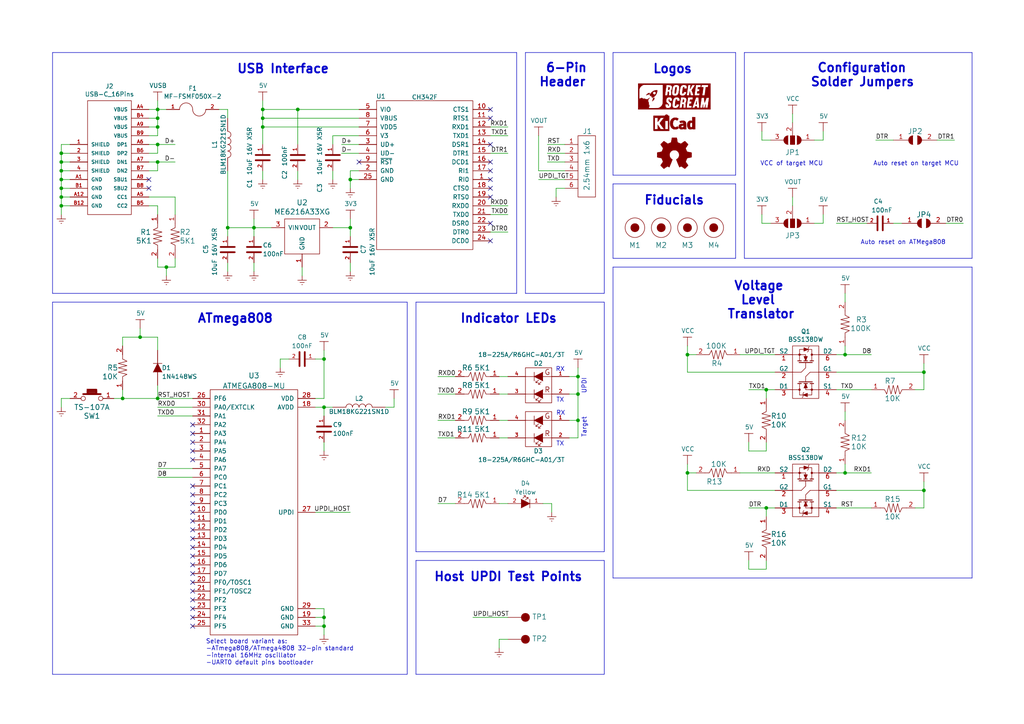
<source format=kicad_sch>
(kicad_sch (version 20230121) (generator eeschema)
  (paper "A4")
  (title_block (title "UPDI-USB-SERIAL") (date "2022-07-17") (rev "2.00") (company "Rocket Scream Electronics"))
  (junction (at 17.78 46.99))
  (junction (at 66.04 66.04))
  (junction (at 48.26 77.47))
  (junction (at 17.78 57.15))
  (junction (at 199.39 102.87))
  (junction (at 17.78 49.53))
  (junction (at 167.64 114.3))
  (junction (at 93.98 118.11))
  (junction (at 245.11 137.16))
  (junction (at 267.97 142.24))
  (junction (at 199.39 137.16))
  (junction (at 245.11 102.87))
  (junction (at 45.72 34.29))
  (junction (at 93.98 179.07))
  (junction (at 45.72 46.99))
  (junction (at 267.97 107.95))
  (junction (at 35.56 115.57))
  (junction (at 93.98 104.14))
  (junction (at 86.36 31.75))
  (junction (at 17.78 52.07))
  (junction (at 222.25 113.03))
  (junction (at 222.25 147.32))
  (junction (at 17.78 44.45))
  (junction (at 45.72 36.83))
  (junction (at 45.72 41.91))
  (junction (at 17.78 59.69))
  (junction (at 76.2 36.83))
  (junction (at 45.72 115.57))
  (junction (at 167.64 121.92))
  (junction (at 101.6 52.07))
  (junction (at 76.2 34.29))
  (junction (at 73.66 66.04))
  (junction (at 93.98 181.61))
  (junction (at 101.6 66.04))
  (junction (at 40.64 97.79))
  (junction (at 76.2 31.75))
  (junction (at 167.64 109.22))
  (junction (at 45.72 31.75))
  (junction (at 17.78 54.61))
  (no_connect (at 43.18 54.61))
  (no_connect (at 142.24 69.85))
  (no_connect (at 142.24 57.15))
  (no_connect (at 104.14 46.99))
  (no_connect (at 142.24 34.29))
  (no_connect (at 142.24 46.99))
  (no_connect (at 142.24 41.91))
  (no_connect (at 142.24 54.61))
  (no_connect (at 55.88 123.19))
  (no_connect (at 55.88 133.35))
  (no_connect (at 55.88 130.81))
  (no_connect (at 55.88 128.27))
  (no_connect (at 55.88 125.73))
  (no_connect (at 55.88 161.29))
  (no_connect (at 55.88 156.21))
  (no_connect (at 55.88 166.37))
  (no_connect (at 55.88 163.83))
  (no_connect (at 55.88 158.75))
  (no_connect (at 55.88 153.67))
  (no_connect (at 55.88 146.05))
  (no_connect (at 55.88 140.97))
  (no_connect (at 55.88 143.51))
  (no_connect (at 55.88 151.13))
  (no_connect (at 55.88 173.99))
  (no_connect (at 55.88 176.53))
  (no_connect (at 55.88 168.91))
  (no_connect (at 55.88 171.45))
  (no_connect (at 55.88 179.07))
  (no_connect (at 55.88 181.61))
  (no_connect (at 142.24 49.53))
  (no_connect (at 142.24 31.75))
  (no_connect (at 142.24 52.07))
  (no_connect (at 55.88 148.59))
  (no_connect (at 43.18 52.07))
  (no_connect (at 142.24 64.77))
  (polyline (pts (xy 120.65 162.56) (xy 120.65 195.58)))
  (wire (pts (xy 265.43 147.32) (xy 267.97 147.32)))
  (wire (pts (xy 222.25 165.1) (xy 222.25 162.56)))
  (wire (pts (xy 267.97 142.24) (xy 267.97 147.32)))
  (wire (pts (xy 43.18 41.91) (xy 45.72 41.91)))
  (wire (pts (xy 93.98 118.11) (xy 93.98 120.65)))
  (wire (pts (xy 163.83 54.61) (xy 161.29 54.61)))
  (polyline (pts (xy 177.8 53.34) (xy 213.36 53.34)))
  (polyline (pts (xy 149.86 15.24) (xy 149.86 85.09)))
  (wire (pts (xy 43.18 46.99) (xy 45.72 46.99)))
  (wire (pts (xy 104.14 36.83) (xy 76.2 36.83)))
  (wire (pts (xy 157.48 146.05) (xy 160.02 146.05)))
  (wire (pts (xy 20.32 59.69) (xy 17.78 59.69)))
  (wire (pts (xy 93.98 181.61) (xy 93.98 184.15)))
  (wire (pts (xy 214.63 102.87) (xy 224.79 102.87)))
  (wire (pts (xy 242.57 64.77) (xy 251.46 64.77)))
  (wire (pts (xy 45.72 59.69) (xy 45.72 62.23)))
  (polyline (pts (xy 281.94 74.93) (xy 281.94 15.24)))
  (wire (pts (xy 261.62 64.77) (xy 259.08 64.77)))
  (wire (pts (xy 76.2 34.29) (xy 104.14 34.29)))
  (wire (pts (xy 274.32 64.77) (xy 279.4 64.77)))
  (wire (pts (xy 224.79 142.24) (xy 199.39 142.24)))
  (wire (pts (xy 45.72 36.83) (xy 43.18 36.83)))
  (wire (pts (xy 91.44 118.11) (xy 93.98 118.11)))
  (wire (pts (xy 45.72 77.47) (xy 48.26 77.47)))
  (wire (pts (xy 267.97 107.95) (xy 267.97 113.03)))
  (wire (pts (xy 20.32 44.45) (xy 17.78 44.45)))
  (polyline (pts (xy 175.26 162.56) (xy 120.65 162.56)))
  (wire (pts (xy 267.97 139.7) (xy 267.97 142.24)))
  (wire (pts (xy 35.56 115.57) (xy 33.02 115.57)))
  (wire (pts (xy 199.39 142.24) (xy 199.39 137.16)))
  (wire (pts (xy 93.98 128.27) (xy 93.98 130.81)))
  (wire (pts (xy 104.14 44.45) (xy 99.06 44.45)))
  (wire (pts (xy 245.11 137.16) (xy 245.11 134.62)))
  (wire (pts (xy 45.72 115.57) (xy 35.56 115.57)))
  (polyline (pts (xy 281.94 77.47) (xy 177.8 77.47)))
  (wire (pts (xy 114.3 115.57) (xy 114.3 118.11)))
  (wire (pts (xy 217.17 130.81) (xy 222.25 130.81)))
  (wire (pts (xy 167.64 106.68) (xy 167.64 109.22)))
  (wire (pts (xy 45.72 74.93) (xy 45.72 77.47)))
  (wire (pts (xy 144.78 114.3) (xy 147.32 114.3)))
  (wire (pts (xy 238.76 64.77) (xy 236.22 64.77)))
  (wire (pts (xy 245.11 102.87) (xy 245.11 100.33)))
  (wire (pts (xy 220.98 40.64) (xy 223.52 40.64)))
  (wire (pts (xy 144.78 109.22) (xy 147.32 109.22)))
  (polyline (pts (xy 177.8 50.8) (xy 213.36 50.8)))
  (wire (pts (xy 144.78 127) (xy 147.32 127)))
  (wire (pts (xy 48.26 77.47) (xy 50.8 77.47)))
  (wire (pts (xy 214.63 137.16) (xy 224.79 137.16)))
  (wire (pts (xy 104.14 41.91) (xy 99.06 41.91)))
  (wire (pts (xy 167.64 114.3) (xy 165.1 114.3)))
  (wire (pts (xy 73.66 76.2) (xy 73.66 78.74)))
  (wire (pts (xy 91.44 148.59) (xy 101.6 148.59)))
  (polyline (pts (xy 120.65 195.58) (xy 175.26 195.58)))
  (wire (pts (xy 267.97 105.41) (xy 267.97 107.95)))
  (wire (pts (xy 156.21 49.53) (xy 156.21 39.37)))
  (polyline (pts (xy 213.36 74.93) (xy 177.8 74.93)))
  (polyline (pts (xy 15.24 195.58) (xy 118.11 195.58)))
  (wire (pts (xy 45.72 46.99) (xy 50.8 46.99)))
  (wire (pts (xy 45.72 41.91) (xy 50.8 41.91)))
  (wire (pts (xy 43.18 31.75) (xy 45.72 31.75)))
  (wire (pts (xy 96.52 66.04) (xy 101.6 66.04)))
  (wire (pts (xy 43.18 39.37) (xy 45.72 39.37)))
  (wire (pts (xy 242.57 142.24) (xy 267.97 142.24)))
  (wire (pts (xy 17.78 49.53) (xy 17.78 52.07)))
  (wire (pts (xy 43.18 59.69) (xy 45.72 59.69)))
  (wire (pts (xy 35.56 113.03) (xy 35.56 115.57)))
  (polyline (pts (xy 175.26 85.09) (xy 175.26 15.24)))
  (wire (pts (xy 17.78 54.61) (xy 17.78 57.15)))
  (wire (pts (xy 20.32 49.53) (xy 17.78 49.53)))
  (wire (pts (xy 104.14 39.37) (xy 96.52 39.37)))
  (wire (pts (xy 217.17 128.27) (xy 217.17 130.81)))
  (wire (pts (xy 242.57 107.95) (xy 267.97 107.95)))
  (wire (pts (xy 66.04 49.53) (xy 66.04 66.04)))
  (wire (pts (xy 161.29 54.61) (xy 161.29 57.15)))
  (wire (pts (xy 142.24 59.69) (xy 147.32 59.69)))
  (wire (pts (xy 127 127) (xy 132.08 127)))
  (wire (pts (xy 20.32 115.57) (xy 17.78 115.57)))
  (wire (pts (xy 142.24 44.45) (xy 147.32 44.45)))
  (wire (pts (xy 66.04 66.04) (xy 66.04 68.58)))
  (wire (pts (xy 45.72 138.43) (xy 55.88 138.43)))
  (wire (pts (xy 144.78 146.05) (xy 147.32 146.05)))
  (polyline (pts (xy 120.65 87.63) (xy 175.26 87.63)))
  (polyline (pts (xy 15.24 85.09) (xy 15.24 15.24)))
  (wire (pts (xy 45.72 49.53) (xy 43.18 49.53)))
  (wire (pts (xy 271.78 40.64) (xy 276.86 40.64)))
  (wire (pts (xy 111.76 118.11) (xy 114.3 118.11)))
  (wire (pts (xy 17.78 41.91) (xy 17.78 44.45)))
  (wire (pts (xy 45.72 97.79) (xy 40.64 97.79)))
  (wire (pts (xy 137.16 179.07) (xy 147.32 179.07)))
  (wire (pts (xy 66.04 31.75) (xy 66.04 34.29)))
  (polyline (pts (xy 213.36 50.8) (xy 213.36 15.24)))
  (wire (pts (xy 45.72 31.75) (xy 48.26 31.75)))
  (wire (pts (xy 40.64 97.79) (xy 35.56 97.79)))
  (wire (pts (xy 20.32 41.91) (xy 17.78 41.91)))
  (polyline (pts (xy 175.26 87.63) (xy 175.26 160.02)))
  (wire (pts (xy 144.78 185.42) (xy 144.78 187.96)))
  (wire (pts (xy 242.57 147.32) (xy 252.73 147.32)))
  (wire (pts (xy 45.72 111.76) (xy 45.72 115.57)))
  (wire (pts (xy 142.24 39.37) (xy 147.32 39.37)))
  (wire (pts (xy 238.76 62.23) (xy 238.76 64.77)))
  (wire (pts (xy 222.25 147.32) (xy 222.25 149.86)))
  (wire (pts (xy 242.57 137.16) (xy 245.11 137.16)))
  (wire (pts (xy 167.64 127) (xy 167.64 121.92)))
  (wire (pts (xy 91.44 179.07) (xy 93.98 179.07)))
  (wire (pts (xy 156.21 52.07) (xy 163.83 52.07)))
  (wire (pts (xy 40.64 95.25) (xy 40.64 97.79)))
  (wire (pts (xy 142.24 62.23) (xy 147.32 62.23)))
  (wire (pts (xy 45.72 97.79) (xy 45.72 101.6)))
  (wire (pts (xy 199.39 137.16) (xy 201.93 137.16)))
  (wire (pts (xy 83.82 104.14) (xy 81.28 104.14)))
  (wire (pts (xy 245.11 85.09) (xy 245.11 87.63)))
  (wire (pts (xy 252.73 113.03) (xy 242.57 113.03)))
  (polyline (pts (xy 149.86 85.09) (xy 15.24 85.09)))
  (wire (pts (xy 45.72 118.11) (xy 55.88 118.11)))
  (wire (pts (xy 20.32 52.07) (xy 17.78 52.07)))
  (wire (pts (xy 45.72 34.29) (xy 45.72 36.83)))
  (wire (pts (xy 158.75 44.45) (xy 163.83 44.45)))
  (wire (pts (xy 76.2 31.75) (xy 76.2 34.29)))
  (wire (pts (xy 17.78 57.15) (xy 17.78 59.69)))
  (wire (pts (xy 91.44 181.61) (xy 93.98 181.61)))
  (wire (pts (xy 43.18 34.29) (xy 45.72 34.29)))
  (wire (pts (xy 245.11 119.38) (xy 245.11 121.92)))
  (wire (pts (xy 50.8 77.47) (xy 50.8 74.93)))
  (polyline (pts (xy 281.94 167.64) (xy 281.94 77.47)))
  (wire (pts (xy 76.2 49.53) (xy 76.2 52.07)))
  (wire (pts (xy 222.25 147.32) (xy 217.17 147.32)))
  (wire (pts (xy 43.18 57.15) (xy 50.8 57.15)))
  (wire (pts (xy 127 146.05) (xy 132.08 146.05)))
  (wire (pts (xy 81.28 104.14) (xy 81.28 106.68)))
  (wire (pts (xy 165.1 127) (xy 167.64 127)))
  (wire (pts (xy 93.98 104.14) (xy 91.44 104.14)))
  (wire (pts (xy 76.2 29.21) (xy 76.2 31.75)))
  (wire (pts (xy 220.98 38.1) (xy 220.98 40.64)))
  (wire (pts (xy 76.2 31.75) (xy 86.36 31.75)))
  (polyline (pts (xy 175.26 160.02) (xy 120.65 160.02)))
  (polyline (pts (xy 215.9 15.24) (xy 215.9 74.93)))
  (polyline (pts (xy 152.4 85.09) (xy 175.26 85.09)))
  (polyline (pts (xy 281.94 15.24) (xy 215.9 15.24)))
  (wire (pts (xy 35.56 97.79) (xy 35.56 100.33)))
  (polyline (pts (xy 175.26 195.58) (xy 175.26 162.56)))
  (wire (pts (xy 160.02 146.05) (xy 160.02 148.59)))
  (wire (pts (xy 17.78 52.07) (xy 17.78 54.61)))
  (polyline (pts (xy 177.8 167.64) (xy 281.94 167.64)))
  (wire (pts (xy 45.72 29.21) (xy 45.72 31.75)))
  (wire (pts (xy 163.83 49.53) (xy 156.21 49.53)))
  (wire (pts (xy 229.87 57.15) (xy 229.87 59.69)))
  (wire (pts (xy 224.79 107.95) (xy 199.39 107.95)))
  (wire (pts (xy 20.32 57.15) (xy 17.78 57.15)))
  (wire (pts (xy 93.98 101.6) (xy 93.98 104.14)))
  (wire (pts (xy 93.98 118.11) (xy 96.52 118.11)))
  (wire (pts (xy 20.32 46.99) (xy 17.78 46.99)))
  (wire (pts (xy 76.2 36.83) (xy 76.2 34.29)))
  (wire (pts (xy 45.72 135.89) (xy 55.88 135.89)))
  (wire (pts (xy 93.98 176.53) (xy 93.98 179.07)))
  (polyline (pts (xy 175.26 15.24) (xy 152.4 15.24)))
  (wire (pts (xy 144.78 121.92) (xy 147.32 121.92)))
  (wire (pts (xy 48.26 77.47) (xy 48.26 80.01)))
  (wire (pts (xy 220.98 64.77) (xy 223.52 64.77)))
  (wire (pts (xy 238.76 40.64) (xy 238.76 38.1)))
  (wire (pts (xy 96.52 39.37) (xy 96.52 41.91)))
  (wire (pts (xy 45.72 31.75) (xy 45.72 34.29)))
  (wire (pts (xy 101.6 52.07) (xy 101.6 54.61)))
  (wire (pts (xy 104.14 52.07) (xy 101.6 52.07)))
  (wire (pts (xy 78.74 66.04) (xy 73.66 66.04)))
  (wire (pts (xy 147.32 185.42) (xy 144.78 185.42)))
  (wire (pts (xy 167.64 109.22) (xy 167.64 114.3)))
  (wire (pts (xy 45.72 41.91) (xy 45.72 44.45)))
  (wire (pts (xy 93.98 115.57) (xy 91.44 115.57)))
  (wire (pts (xy 245.11 137.16) (xy 252.73 137.16)))
  (wire (pts (xy 142.24 67.31) (xy 147.32 67.31)))
  (wire (pts (xy 93.98 104.14) (xy 93.98 115.57)))
  (wire (pts (xy 101.6 63.5) (xy 101.6 66.04)))
  (polyline (pts (xy 177.8 74.93) (xy 177.8 53.34)))
  (wire (pts (xy 104.14 31.75) (xy 86.36 31.75)))
  (wire (pts (xy 245.11 102.87) (xy 252.73 102.87)))
  (wire (pts (xy 127 114.3) (xy 132.08 114.3)))
  (wire (pts (xy 101.6 49.53) (xy 101.6 52.07)))
  (wire (pts (xy 167.64 121.92) (xy 165.1 121.92)))
  (wire (pts (xy 73.66 63.5) (xy 73.66 66.04)))
  (wire (pts (xy 217.17 162.56) (xy 217.17 165.1)))
  (wire (pts (xy 199.39 134.62) (xy 199.39 137.16)))
  (polyline (pts (xy 120.65 160.02) (xy 120.65 87.63)))
  (polyline (pts (xy 177.8 15.24) (xy 177.8 50.8)))
  (polyline (pts (xy 118.11 195.58) (xy 118.11 87.63)))
  (wire (pts (xy 254 40.64) (xy 259.08 40.64)))
  (wire (pts (xy 86.36 31.75) (xy 86.36 41.91)))
  (wire (pts (xy 199.39 102.87) (xy 201.93 102.87)))
  (polyline (pts (xy 177.8 77.47) (xy 177.8 167.64)))
  (wire (pts (xy 17.78 46.99) (xy 17.78 49.53)))
  (wire (pts (xy 236.22 40.64) (xy 238.76 40.64)))
  (wire (pts (xy 45.72 46.99) (xy 45.72 49.53)))
  (wire (pts (xy 224.79 147.32) (xy 222.25 147.32)))
  (polyline (pts (xy 118.11 87.63) (xy 15.24 87.63)))
  (wire (pts (xy 20.32 54.61) (xy 17.78 54.61)))
  (wire (pts (xy 158.75 41.91) (xy 163.83 41.91)))
  (polyline (pts (xy 213.36 15.24) (xy 177.8 15.24)))
  (wire (pts (xy 17.78 115.57) (xy 17.78 118.11)))
  (wire (pts (xy 101.6 66.04) (xy 101.6 68.58)))
  (wire (pts (xy 66.04 76.2) (xy 66.04 78.74)))
  (wire (pts (xy 222.25 130.81) (xy 222.25 128.27)))
  (wire (pts (xy 167.64 109.22) (xy 165.1 109.22)))
  (wire (pts (xy 66.04 66.04) (xy 73.66 66.04)))
  (polyline (pts (xy 215.9 74.93) (xy 281.94 74.93)))
  (wire (pts (xy 132.08 121.92) (xy 127 121.92)))
  (wire (pts (xy 86.36 49.53) (xy 86.36 52.07)))
  (wire (pts (xy 73.66 66.04) (xy 73.66 68.58)))
  (wire (pts (xy 45.72 44.45) (xy 43.18 44.45)))
  (wire (pts (xy 96.52 49.53) (xy 96.52 52.07)))
  (wire (pts (xy 45.72 39.37) (xy 45.72 36.83)))
  (wire (pts (xy 101.6 76.2) (xy 101.6 78.74)))
  (wire (pts (xy 199.39 100.33) (xy 199.39 102.87)))
  (wire (pts (xy 222.25 113.03) (xy 217.17 113.03)))
  (wire (pts (xy 167.64 121.92) (xy 167.64 114.3)))
  (wire (pts (xy 17.78 44.45) (xy 17.78 46.99)))
  (wire (pts (xy 87.63 77.47) (xy 87.63 80.01)))
  (wire (pts (xy 220.98 62.23) (xy 220.98 64.77)))
  (wire (pts (xy 91.44 176.53) (xy 93.98 176.53)))
  (polyline (pts (xy 15.24 15.24) (xy 149.86 15.24)))
  (polyline (pts (xy 213.36 53.34) (xy 213.36 74.93)))
  (wire (pts (xy 93.98 179.07) (xy 93.98 181.61)))
  (wire (pts (xy 45.72 115.57) (xy 55.88 115.57)))
  (wire (pts (xy 17.78 59.69) (xy 17.78 62.23)))
  (wire (pts (xy 142.24 36.83) (xy 147.32 36.83)))
  (polyline (pts (xy 15.24 87.63) (xy 15.24 195.58)))
  (wire (pts (xy 45.72 120.65) (xy 55.88 120.65)))
  (wire (pts (xy 217.17 165.1) (xy 222.25 165.1)))
  (wire (pts (xy 158.75 46.99) (xy 163.83 46.99)))
  (wire (pts (xy 267.97 113.03) (xy 265.43 113.03)))
  (wire (pts (xy 199.39 107.95) (xy 199.39 102.87)))
  (polyline (pts (xy 152.4 15.24) (xy 152.4 85.09)))
  (wire (pts (xy 63.5 31.75) (xy 66.04 31.75)))
  (wire (pts (xy 242.57 102.87) (xy 245.11 102.87)))
  (wire (pts (xy 224.79 113.03) (xy 222.25 113.03)))
  (wire (pts (xy 50.8 57.15) (xy 50.8 62.23)))
  (wire (pts (xy 76.2 36.83) (xy 76.2 41.91)))
  (wire (pts (xy 229.87 33.02) (xy 229.87 35.56)))
  (wire (pts (xy 222.25 113.03) (xy 222.25 115.57)))
  (wire (pts (xy 104.14 49.53) (xy 101.6 49.53)))
  (wire (pts (xy 127 109.22) (xy 132.08 109.22)))
  (text " 6-Pin\nHeader" (at 156.21 25.4 0) (effects (font (size 2.54 2.54) (thickness 0.508) bold) (justify left bottom)))
  (text "UPDI" (at 170.18 114.3 90) (effects (font (size 1.27 1.27)) (justify left bottom)))
  (text "ATmega808" (at 57.15 93.98 0) (effects (font (size 2.54 2.54) (thickness 0.508) bold) (justify left bottom)))
  (text "RX" (at 163.83 107.95 0) (effects (font (size 1.27 1.27)) (justify right bottom)))
  (text "Auto reset on ATMega808" (at 274.32 71.12 0) (effects (font (size 1.27 1.27)) (justify right bottom)))
  (text "Target" (at 170.18 127 90) (effects (font (size 1.27 1.27)) (justify left bottom)))
  (text "USB Interface" (at 68.58 21.59 0) (effects (font (size 2.54 2.54) (thickness 0.508) bold) (justify left bottom)))
  (text "RX" (at 161.29 120.65 0) (effects (font (size 1.27 1.27)) (justify left bottom)))
  (text "TX" (at 161.29 129.54 0) (effects (font (size 1.27 1.27)) (justify left bottom)))
  (text "VCC of target MCU" (at 238.76 48.26 0) (effects (font (size 1.27 1.27)) (justify right bottom)))
  (text "Host UPDI Test Points" (at 125.73 168.91 0) (effects (font (size 2.54 2.54) (thickness 0.508) bold) (justify left bottom)))
  (text "Logos" (at 189.23 21.59 0) (effects (font (size 2.54 2.54) (thickness 0.508) bold) (justify left bottom)))
  (text "TX" (at 161.29 116.84 0) (effects (font (size 1.27 1.27)) (justify left bottom)))
  (text " Configuration \nSolder Jumpers" (at 234.95 25.4 0) (effects (font (size 2.54 2.54) (thickness 0.508) bold) (justify left bottom)))
  (text "Indicator LEDs" (at 133.35 93.98 0) (effects (font (size 2.54 2.54) (thickness 0.508) bold) (justify left bottom)))
  (text "Auto reset on target MCU" (at 278.13 48.26 0) (effects (font (size 1.27 1.27)) (justify right bottom)))
  (text "Select board variant as:\n-ATmega808/ATmega4808 32-pin standard\n-internal 16MHz oscillator\n-UART0 default pins bootloader" (at 59.69 193.04 0) (effects (font (size 1.27 1.27)) (justify left bottom)))
  (text " Voltage\n  Level\nTranslator" (at 210.82 92.71 0) (effects (font (size 2.54 2.54) (thickness 0.508) bold) (justify left bottom)))
  (text "Fiducials" (at 186.69 59.69 0) (effects (font (size 2.54 2.54) (thickness 0.508) bold) (justify left bottom)))
  (label "TXD" (at 158.75 46.99 0))
  (label "RST" (at 158.75 41.91 0))
  (label "RXD1" (at 127 121.92 0))
  (label "RXD0" (at 45.72 118.11 0))
  (label "TXD1" (at 127 127 0))
  (label "DTR" (at 217.17 147.32 0))
  (label "TXD1" (at 217.17 113.03 0))
  (label "UPDI_HOST" (at 101.6 148.59 180))
  (label "D8" (at 45.72 138.43 0))
  (label "UPDI_TGT" (at 156.21 52.07 0))
  (label "DTR1" (at 147.32 44.45 180))
  (label "TXD0" (at 147.32 62.23 180))
  (label "D7" (at 45.72 135.89 0))
  (label "RXD" (at 223.52 137.16 180))
  (label "TXD0" (at 127 114.3 0))
  (label "DTR0" (at 147.32 67.31 180))
  (label "RXD1" (at 147.32 36.83 180))
  (label "RXD1" (at 252.73 137.16 180))
  (label "TXD" (at 243.84 113.03 0))
  (label "RST" (at 243.84 147.32 0))
  (label "D-" (at 99.06 44.45 0))
  (label "TXD0" (at 45.72 120.65 0))
  (label "DTR1" (at 276.86 40.64 180))
  (label "RST_HOST" (at 45.72 115.57 0))
  (label "RXD0" (at 147.32 59.69 180))
  (label "RST_HOST" (at 242.57 64.77 0))
  (label "D+" (at 50.8 41.91 180))
  (label "D8" (at 252.73 102.87 180))
  (label "D-" (at 50.8 46.99 180))
  (label "TXD1" (at 147.32 39.37 180))
  (label "UPDI_TGT" (at 224.79 102.87 180))
  (label "UPDI_HOST" (at 137.16 179.07 0))
  (label "DTR" (at 254 40.64 0))
  (label "D7" (at 127 146.05 0))
  (label "DTR0" (at 279.4 64.77 180))
  (label "RXD0" (at 127 109.22 0))
  (label "D+" (at 99.06 41.91 0))
  (label "RXD" (at 158.75 44.45 0))
  (symbol (lib_id "RocketScreamKiCadLib:GND") (at 17.78 62.23 0) (unit 1)
    (property "Reference" "#PWR013" (effects hide))
    (property "Value" "GND" (effects hide))
  )
  (symbol (lib_id "RocketScreamKiCadLib:CAPACITOR-CERAMIC") (at 66.04 72.39 0) (unit 1)
    (property "Reference" "C5" (at 59.69 73.66 90) (effects (justify left)))
    (property "Value" "10uF 16V X5R" (at 62.23 80.01 90) (effects (justify left)))
    (property "Footprint" "RocketScreamKiCadLib:C_0603" (effects hide))
  )
  (symbol (lib_id "RocketScreamKiCadLib:CAPACITOR-CERAMIC") (at 76.2 45.72 0) (unit 1)
    (property "Reference" "C1" (at 72.39 54.61 90) (effects (justify left)))
    (property "Value" "10uF 16V X5R" (at 72.39 50.8 90) (effects (justify left)))
    (property "Footprint" "RocketScreamKiCadLib:C_0603" (effects hide))
  )
  (symbol (lib_id "RocketScreamKiCadLib:CAPACITOR-CERAMIC") (at 86.36 45.72 0) (unit 1)
    (property "Reference" "C2" (at 82.55 52.07 90) (effects (justify left)))
    (property "Value" "100nF" (at 82.55 48.26 90) (effects (justify left)))
    (property "Footprint" "RocketScreamKiCadLib:C_0603" (effects hide))
  )
  (symbol (lib_id "RocketScreamKiCadLib:GND") (at 66.04 78.74 0) (unit 1)
    (property "Reference" "#PWR018" (effects hide))
    (property "Value" "GND" (effects hide))
  )
  (symbol (lib_id "RocketScreamKiCadLib:CONN-HDR-1x6") (at 170.18 48.26 0) (mirror y) (unit 1)
    (property "Reference" "J1" (at 168.91 38.1 0) (effects (font (size 1.524 1.524)) (justify right)))
    (property "Value" "2.54mm 1x6" (at 170.18 40.64 90) (effects (font (size 1.524 1.524)) (justify right)))
    (property "Footprint" "RocketScreamKiCadLib:RCP_1x6_Pitch2.54mm_RightAngle" (effects hide))
  )
  (symbol (lib_id "RocketScreamKiCadLib:GND") (at 161.29 57.15 0) (unit 1)
    (property "Reference" "#PWR07" (effects hide))
    (property "Value" "GND" (effects hide))
  )
  (symbol (lib_id "RocketScreamKiCadLib:VCC") (at 229.87 33.02 0) (unit 1)
    (property "Reference" "#PWR04" (effects hide))
    (property "Value" "VCC" (at 229.997 28.6258 0))
  )
  (symbol (lib_id "RocketScreamKiCadLib:RESISTOR") (at 138.43 127 180) (unit 1)
    (property "Reference" "R11" (at 137.16 124.46 0) (effects (font (size 1.524 1.524)) (justify left)))
    (property "Value" "5K1" (at 142.24 124.46 0) (effects (font (size 1.524 1.524)) (justify left)))
    (property "Footprint" "RocketScreamKiCadLib:R_0603" (effects hide))
  )
  (symbol (lib_id "RocketScreamKiCadLib:RESISTOR") (at 138.43 121.92 180) (unit 1)
    (property "Reference" "R9" (at 137.16 119.38 0) (effects (font (size 1.524 1.524)) (justify left)))
    (property "Value" "5K1" (at 142.24 119.38 0) (effects (font (size 1.524 1.524)) (justify left)))
    (property "Footprint" "RocketScreamKiCadLib:R_0603" (effects hide))
  )
  (symbol (lib_id "RocketScreamKiCadLib:LOGO-OSHW") (at 195.58 44.45 0) (unit 1)
    (property "Reference" "LOGO2" (effects hide))
    (property "Value" "LOGO-OSHW" (effects hide))
    (property "Footprint" "RocketScreamKiCadLib:LOGO-OSHW_XSmall" (effects hide))
  )
  (symbol (lib_id "RocketScreamKiCadLib:LOGO-ROCKET-SCREAM-HORIZONTAL") (at 195.58 27.94 0) (unit 1)
    (property "Reference" "LOGO1" (effects hide))
    (property "Value" "LOGO-ROCKET-SCREAM-HORIZONTAL" (effects hide))
    (property "Footprint" "RocketScreamKiCadLib:LOGO-ROCKET-SCREAM_Horizontal_XSmall" (effects hide))
  )
  (symbol (lib_id "RocketScreamKiCadLib:LOGO-KICAD") (at 195.58 35.56 0) (unit 1)
    (property "Reference" "LOGO3" (effects hide))
    (property "Value" "LOGO-KICAD" (effects hide))
    (property "Footprint" "RocketScreamKiCadLib:LOGO-KICAD_XXXSmall" (effects hide))
  )
  (symbol (lib_id "RocketScreamKiCadLib:JUMPER-2-WAY") (at 229.87 40.64 180) (unit 1)
    (property "Reference" "JP1" (at 229.87 44.196 0) (effects (font (size 1.524 1.524))))
    (property "Value" "JUMPER-2-WAY" (effects hide))
    (property "Footprint" "RocketScreamKiCadLib:JUMPER-2-WAY-SMD" (effects hide))
  )
  (symbol (lib_id "RocketScreamKiCadLib:5V") (at 238.76 38.1 0) (unit 1)
    (property "Reference" "#PWR06" (effects hide))
    (property "Value" "5V" (at 238.887 33.7058 0))
  )
  (symbol (lib_id "RocketScreamKiCadLib:3V3") (at 220.98 38.1 0) (unit 1)
    (property "Reference" "#PWR05" (effects hide))
    (property "Value" "3V3" (at 221.107 33.7058 0))
  )
  (symbol (lib_id "RocketScreamKiCadLib:CAPACITOR-CERAMIC") (at 87.63 104.14 270) (unit 1)
    (property "Reference" "C8" (at 87.63 97.79 90))
    (property "Value" "100nF" (at 87.63 100.33 90))
    (property "Footprint" "RocketScreamKiCadLib:C_0603" (effects hide))
  )
  (symbol (lib_id "RocketScreamKiCadLib:CAPACITOR-CERAMIC") (at 93.98 124.46 0) (unit 1)
    (property "Reference" "C9" (at 96.52 123.19 0) (effects (justify left)))
    (property "Value" "100nF" (at 96.52 125.73 0) (effects (justify left)))
    (property "Footprint" "RocketScreamKiCadLib:C_0603" (effects hide))
  )
  (symbol (lib_id "RocketScreamKiCadLib:TACT-SWITCH_2Pins") (at 26.67 115.57 0) (mirror y) (unit 1)
    (property "Reference" "SW1" (at 26.67 120.65 0) (effects (font (size 1.524 1.524))))
    (property "Value" "TS-107A" (at 26.67 118.11 0) (effects (font (size 1.524 1.524))))
    (property "Footprint" "RocketScreamKiCadLib:TS-107A" (effects hide))
  )
  (symbol (lib_id "RocketScreamKiCadLib:RESISTOR") (at 35.56 106.68 90) (unit 1)
    (property "Reference" "R5" (at 34.29 106.68 90) (effects (font (size 1.524 1.524)) (justify left)))
    (property "Value" "10K" (at 34.29 109.22 90) (effects (font (size 1.524 1.524)) (justify left)))
    (property "Footprint" "RocketScreamKiCadLib:R_0603" (effects hide))
  )
  (symbol (lib_id "RocketScreamKiCadLib:GND") (at 17.78 118.11 0) (unit 1)
    (property "Reference" "#PWR031" (effects hide))
    (property "Value" "GND" (effects hide))
  )
  (symbol (lib_id "RocketScreamKiCadLib:FUSE") (at 55.88 31.75 0) (unit 1)
    (property "Reference" "F1" (at 55.88 25.654 0))
    (property "Value" "MF-FSMF050X-2" (at 55.88 27.9654 0))
    (property "Footprint" "RocketScreamKiCadLib:MF-FSMF" (effects hide))
    (property "Datasheet" "https://www.bourns.com/docs/Product-Datasheets/mffsmf.pdf" (effects hide))
  )
  (symbol (lib_id "RocketScreamKiCadLib:VUSB") (at 45.72 29.21 0) (unit 1)
    (property "Reference" "#PWR02" (effects hide))
    (property "Value" "VUSB" (at 45.847 24.8158 0))
  )
  (symbol (lib_id "RocketScreamKiCadLib:GND") (at 81.28 106.68 0) (unit 1)
    (property "Reference" "#PWR028" (effects hide))
    (property "Value" "GND" (effects hide))
  )
  (symbol (lib_id "RocketScreamKiCadLib:DIODE") (at 45.72 106.68 270) (unit 1)
    (property "Reference" "D1" (at 48.26 106.68 90))
    (property "Value" "1N4148WS" (at 52.07 109.22 90))
    (property "Footprint" "RocketScreamKiCadLib:SOD-323" (effects hide))
  )
  (symbol (lib_id "RocketScreamKiCadLib:BSS138DW") (at 233.68 107.95 270) (unit 1)
    (property "Reference" "Q1" (at 233.68 96.139 90))
    (property "Value" "BSS138DW" (at 233.68 98.4504 90))
    (property "Footprint" "RocketScreamKiCadLib:SOT-363_Diodes_Inc" (effects hide))
    (property "Datasheet" "https://www.diodes.com/assets/Datasheets/ds30203.pdf" (effects hide))
  )
  (symbol (lib_id "RocketScreamKiCadLib:BSS138DW") (at 233.68 142.24 270) (unit 1)
    (property "Reference" "Q2" (at 233.68 130.429 90))
    (property "Value" "BSS138DW" (at 233.68 132.7404 90))
    (property "Footprint" "RocketScreamKiCadLib:SOT-363_Diodes_Inc" (effects hide))
    (property "Datasheet" "https://www.diodes.com/assets/Datasheets/ds30203.pdf" (effects hide))
  )
  (symbol (lib_id "RocketScreamKiCadLib:RESISTOR") (at 208.28 102.87 180) (unit 1)
    (property "Reference" "R4" (at 209.55 105.41 0) (effects (font (size 1.524 1.524)) (justify left)))
    (property "Value" "100K" (at 210.82 100.33 0) (effects (font (size 1.524 1.524)) (justify left)))
    (property "Footprint" "RocketScreamKiCadLib:R_0603" (effects hide))
  )
  (symbol (lib_id "RocketScreamKiCadLib:RESISTOR") (at 245.11 93.98 90) (unit 1)
    (property "Reference" "R3" (at 251.46 92.71 90) (effects (font (size 1.524 1.524)) (justify left)))
    (property "Value" "100K" (at 252.73 95.25 90) (effects (font (size 1.524 1.524)) (justify left)))
    (property "Footprint" "RocketScreamKiCadLib:R_0603" (effects hide))
  )
  (symbol (lib_id "RocketScreamKiCadLib:RESISTOR") (at 259.08 113.03 0) (unit 1)
    (property "Reference" "R7" (at 256.54 110.49 0) (effects (font (size 1.524 1.524)) (justify left)))
    (property "Value" "10K" (at 256.54 115.57 0) (effects (font (size 1.524 1.524)) (justify left)))
    (property "Footprint" "RocketScreamKiCadLib:R_0603" (effects hide))
  )
  (symbol (lib_id "RocketScreamKiCadLib:RESISTOR") (at 222.25 121.92 270) (unit 1)
    (property "Reference" "R10" (at 223.52 120.65 90) (effects (font (size 1.524 1.524)) (justify left)))
    (property "Value" "10K" (at 223.52 123.19 90) (effects (font (size 1.524 1.524)) (justify left)))
    (property "Footprint" "RocketScreamKiCadLib:R_0603" (effects hide))
  )
  (symbol (lib_id "RocketScreamKiCadLib:RESISTOR") (at 208.28 137.16 180) (unit 1)
    (property "Reference" "R13" (at 209.55 139.7 0) (effects (font (size 1.524 1.524)) (justify left)))
    (property "Value" "10K" (at 210.82 134.62 0) (effects (font (size 1.524 1.524)) (justify left)))
    (property "Footprint" "RocketScreamKiCadLib:R_0603" (effects hide))
  )
  (symbol (lib_id "RocketScreamKiCadLib:RESISTOR") (at 259.08 147.32 0) (unit 1)
    (property "Reference" "R15" (at 256.54 144.78 0) (effects (font (size 1.524 1.524)) (justify left)))
    (property "Value" "10K" (at 256.54 149.86 0) (effects (font (size 1.524 1.524)) (justify left)))
    (property "Footprint" "RocketScreamKiCadLib:R_0603" (effects hide))
  )
  (symbol (lib_id "RocketScreamKiCadLib:RESISTOR") (at 222.25 156.21 270) (unit 1)
    (property "Reference" "R16" (at 223.52 154.94 90) (effects (font (size 1.524 1.524)) (justify left)))
    (property "Value" "10K" (at 223.52 157.48 90) (effects (font (size 1.524 1.524)) (justify left)))
    (property "Footprint" "RocketScreamKiCadLib:R_0603" (effects hide))
  )
  (symbol (lib_id "RocketScreamKiCadLib:RESISTOR") (at 245.11 128.27 90) (unit 1)
    (property "Reference" "R12" (at 251.46 127 90) (effects (font (size 1.524 1.524)) (justify left)))
    (property "Value" "10K" (at 251.46 129.54 90) (effects (font (size 1.524 1.524)) (justify left)))
    (property "Footprint" "RocketScreamKiCadLib:R_0603" (effects hide))
  )
  (symbol (lib_id "RocketScreamKiCadLib:CAPACITOR-CERAMIC") (at 255.27 64.77 270) (unit 1)
    (property "Reference" "C4" (at 253.365 58.42 90) (effects (justify left)))
    (property "Value" "100nF" (at 252.73 60.96 90) (effects (justify left)))
    (property "Footprint" "RocketScreamKiCadLib:C_0603" (effects hide))
  )
  (symbol (lib_id "RocketScreamKiCadLib:VCC") (at 199.39 100.33 0) (unit 1)
    (property "Reference" "#PWR025" (effects hide))
    (property "Value" "VCC" (at 199.517 95.9358 0))
  )
  (symbol (lib_id "RocketScreamKiCadLib:INDUCTOR") (at 66.04 41.91 270) (unit 1)
    (property "Reference" "L1" (at 62.23 41.91 0))
    (property "Value" "BLM18KG221SN1D" (at 64.77 41.91 0))
    (property "Footprint" "RocketScreamKiCadLib:I_0603" (effects hide))
  )
  (symbol (lib_id "RocketScreamKiCadLib:3V3") (at 101.6 63.5 0) (unit 1)
    (property "Reference" "#PWR017" (effects hide))
    (property "Value" "3V3" (at 101.727 59.1058 0))
  )
  (symbol (lib_id "RocketScreamKiCadLib:USB-C_16Pins") (at 31.75 45.72 0) (unit 1)
    (property "Reference" "J2" (at 31.75 25.019 0))
    (property "Value" "USB-C_16Pins" (at 31.75 27.3304 0))
    (property "Footprint" "RocketScreamKiCadLib:TYPE-C16PIN" (effects hide))
  )
  (symbol (lib_id "RocketScreamKiCadLib:RESISTOR") (at 45.72 68.58 270) (unit 1)
    (property "Reference" "R1" (at 40.64 67.31 90) (effects (font (size 1.524 1.524)) (justify left)))
    (property "Value" "5K1" (at 39.37 69.85 90) (effects (font (size 1.524 1.524)) (justify left)))
    (property "Footprint" "RocketScreamKiCadLib:R_0603" (effects hide))
  )
  (symbol (lib_id "RocketScreamKiCadLib:RESISTOR") (at 50.8 68.58 270) (unit 1)
    (property "Reference" "R2" (at 52.07 67.31 90) (effects (font (size 1.524 1.524)) (justify left)))
    (property "Value" "5K1" (at 52.07 69.85 90) (effects (font (size 1.524 1.524)) (justify left)))
    (property "Footprint" "RocketScreamKiCadLib:R_0603" (effects hide))
  )
  (symbol (lib_id "RocketScreamKiCadLib:CAPACITOR-CERAMIC") (at 73.66 72.39 0) (unit 1)
    (property "Reference" "C6" (at 76.2 71.12 0) (effects (justify left)))
    (property "Value" "100nF" (at 76.2 73.66 0) (effects (justify left)))
    (property "Footprint" "RocketScreamKiCadLib:C_0603" (effects hide))
  )
  (symbol (lib_id "RocketScreamKiCadLib:5V") (at 73.66 63.5 0) (unit 1)
    (property "Reference" "#PWR016" (effects hide))
    (property "Value" "5V" (at 73.787 59.1058 0))
  )
  (symbol (lib_id "RocketScreamKiCadLib:GND") (at 73.66 78.74 0) (unit 1)
    (property "Reference" "#PWR019" (effects hide))
    (property "Value" "GND" (effects hide))
  )
  (symbol (lib_id "RocketScreamKiCadLib:JUMPER-1-WAY") (at 267.97 64.77 0) (unit 1)
    (property "Reference" "JP4" (at 267.97 62.23 0) (effects (font (size 1.524 1.524))))
    (property "Value" "JUMPER-1-WAY" (effects hide))
    (property "Footprint" "RocketScreamKiCadLib:JUMPER-1-WAY-SMD" (effects hide))
  )
  (symbol (lib_id "RocketScreamKiCadLib:GND") (at 48.26 80.01 0) (unit 1)
    (property "Reference" "#PWR021" (effects hide))
    (property "Value" "GND" (effects hide))
  )
  (symbol (lib_id "RocketScreamKiCadLib:JUMPER-1-WAY") (at 265.43 40.64 0) (unit 1)
    (property "Reference" "JP2" (at 265.43 38.1 0) (effects (font (size 1.524 1.524))))
    (property "Value" "JUMPER-1-WAY" (effects hide))
    (property "Footprint" "RocketScreamKiCadLib:JUMPER-1-WAY-SMD" (effects hide))
  )
  (symbol (lib_id "RocketScreamKiCadLib:VCC") (at 267.97 105.41 0) (unit 1)
    (property "Reference" "#PWR027" (effects hide))
    (property "Value" "VCC" (at 268.097 101.0158 0))
  )
  (symbol (lib_name "TEST-PAD_1") (lib_id "RocketScreamKiCadLib:TEST-PAD") (at 151.13 179.07 270) (unit 1)
    (property "Reference" "TP1" (at 154.305 178.8922 90) (effects (font (size 1.524 1.524)) (justify left)))
    (property "Value" "TEST-PAD" (effects hide))
    (property "Footprint" "RocketScreamKiCadLib:TEST-PAD-1.5MM" (effects hide))
  )
  (symbol (lib_id "RocketScreamKiCadLib:TEST-PAD") (at 151.13 185.42 270) (unit 1)
    (property "Reference" "TP2" (at 154.305 185.2422 90) (effects (font (size 1.524 1.524)) (justify left)))
    (property "Value" "TEST-PAD" (effects hide))
    (property "Footprint" "RocketScreamKiCadLib:TEST-PAD-1.5MM" (effects hide))
  )
  (symbol (lib_id "RocketScreamKiCadLib:VCC") (at 199.39 134.62 0) (unit 1)
    (property "Reference" "#PWR035" (effects hide))
    (property "Value" "VCC" (at 199.517 130.2258 0))
  )
  (symbol (lib_id "RocketScreamKiCadLib:GND") (at 144.78 187.96 0) (unit 1)
    (property "Reference" "#PWR040" (effects hide))
    (property "Value" "GND" (effects hide))
  )
  (symbol (lib_id "RocketScreamKiCadLib:VCC") (at 267.97 139.7 0) (unit 1)
    (property "Reference" "#PWR036" (effects hide))
    (property "Value" "VCC" (at 268.097 135.3058 0))
  )
  (symbol (lib_id "RocketScreamKiCadLib:JUMPER-2-WAY") (at 229.87 64.77 180) (unit 1)
    (property "Reference" "JP3" (at 229.87 68.326 0) (effects (font (size 1.524 1.524))))
    (property "Value" "JUMPER-2-WAY" (effects hide))
    (property "Footprint" "RocketScreamKiCadLib:JUMPER-2-WAY-SMD" (effects hide))
  )
  (symbol (lib_id "RocketScreamKiCadLib:3V3") (at 220.98 62.23 0) (unit 1)
    (property "Reference" "#PWR014" (effects hide))
    (property "Value" "3V3" (at 221.107 57.8358 0))
  )
  (symbol (lib_id "RocketScreamKiCadLib:5V") (at 238.76 62.23 0) (unit 1)
    (property "Reference" "#PWR015" (effects hide))
    (property "Value" "5V" (at 238.887 57.8358 0))
  )
  (symbol (lib_id "RocketScreamKiCadLib:VOUT") (at 229.87 57.15 0) (unit 1)
    (property "Reference" "#PWR012" (effects hide))
    (property "Value" "VOUT" (at 229.997 52.7558 0))
  )
  (symbol (lib_id "RocketScreamKiCadLib:5V") (at 76.2 29.21 0) (unit 1)
    (property "Reference" "#PWR03" (effects hide))
    (property "Value" "5V" (at 76.327 24.8158 0))
  )
  (symbol (lib_id "RocketScreamKiCadLib:VOUT") (at 156.21 39.37 0) (unit 1)
    (property "Reference" "#PWR01" (effects hide))
    (property "Value" "VOUT" (at 156.337 34.9758 0))
  )
  (symbol (lib_id "RocketScreamKiCadLib:CAPACITOR-CERAMIC") (at 101.6 72.39 0) (unit 1)
    (property "Reference" "C7" (at 105.41 73.66 90) (effects (justify left)))
    (property "Value" "10uF 16V X5R" (at 107.95 80.01 90) (effects (justify left)))
    (property "Footprint" "RocketScreamKiCadLib:C_0603" (effects hide))
  )
  (symbol (lib_id "RocketScreamKiCadLib:GND") (at 101.6 54.61 0) (unit 1)
    (property "Reference" "#PWR011" (effects hide))
    (property "Value" "GND" (effects hide))
  )
  (symbol (lib_id "RocketScreamKiCadLib:ME6216AxxXG") (at 87.63 66.04 0) (unit 1)
    (property "Reference" "U2" (at 87.63 58.7502 0) (effects (font (size 1.524 1.524))))
    (property "Value" "ME6216A33XG" (at 87.63 61.4426 0) (effects (font (size 1.524 1.524))))
    (property "Footprint" "RocketScreamKiCadLib:SOT-23" (effects hide))
    (property "Datasheet" "https://datasheet.lcsc.com/szlcsc/Nanjing-Micro-One-Elec-ME6216A33M3G_C126466.pdf" (effects hide))
  )
  (symbol (lib_id "RocketScreamKiCadLib:GND") (at 87.63 80.01 0) (unit 1)
    (property "Reference" "#PWR022" (effects hide))
    (property "Value" "GND" (effects hide))
  )
  (symbol (lib_id "RocketScreamKiCadLib:GND") (at 101.6 78.74 0) (unit 1)
    (property "Reference" "#PWR020" (effects hide))
    (property "Value" "GND" (effects hide))
  )
  (symbol (lib_id "RocketScreamKiCadLib:GND") (at 76.2 52.07 0) (unit 1)
    (property "Reference" "#PWR08" (effects hide))
    (property "Value" "GND" (effects hide))
  )
  (symbol (lib_id "RocketScreamKiCadLib:GND") (at 86.36 52.07 0) (unit 1)
    (property "Reference" "#PWR09" (effects hide))
    (property "Value" "GND" (effects hide))
  )
  (symbol (lib_id "RocketScreamKiCadLib:CAPACITOR-CERAMIC") (at 96.52 45.72 0) (unit 1)
    (property "Reference" "C3" (at 92.71 55.88 90) (effects (justify left)))
    (property "Value" "10uF 16V X5R" (at 92.71 50.8 90) (effects (justify left)))
    (property "Footprint" "RocketScreamKiCadLib:C_0603" (effects hide))
  )
  (symbol (lib_id "RocketScreamKiCadLib:GND") (at 96.52 52.07 0) (unit 1)
    (property "Reference" "#PWR010" (effects hide))
    (property "Value" "GND" (effects hide))
  )
  (symbol (lib_id "RocketScreamKiCadLib:RESISTOR") (at 138.43 109.22 180) (unit 1)
    (property "Reference" "R6" (at 137.16 106.68 0) (effects (font (size 1.524 1.524)) (justify left)))
    (property "Value" "5K1" (at 142.24 106.68 0) (effects (font (size 1.524 1.524)) (justify left)))
    (property "Footprint" "RocketScreamKiCadLib:R_0603" (effects hide))
  )
  (symbol (lib_id "RocketScreamKiCadLib:RESISTOR") (at 138.43 114.3 180) (unit 1)
    (property "Reference" "R8" (at 137.16 111.76 0) (effects (font (size 1.524 1.524)) (justify left)))
    (property "Value" "5K1" (at 142.24 111.76 0) (effects (font (size 1.524 1.524)) (justify left)))
    (property "Footprint" "RocketScreamKiCadLib:R_0603" (effects hide))
  )
  (symbol (lib_id "RocketScreamKiCadLib:LED-DUAL") (at 156.21 124.46 0) (unit 1)
    (property "Reference" "D3" (at 157.48 130.81 0) (effects (justify right)))
    (property "Value" "18-225A/R6GHC-A01/3T" (at 163.83 133.35 0) (effects (justify right)))
    (property "Footprint" "RocketScreamKiCadLib:LED-18-225" (effects hide))
  )
  (symbol (lib_id "RocketScreamKiCadLib:LED-DUAL") (at 156.21 111.76 0) (unit 1)
    (property "Reference" "D2" (at 157.48 105.41 0) (effects (justify right)))
    (property "Value" "18-225A/R6GHC-A01/3T" (at 163.83 102.87 0) (effects (justify right)))
    (property "Footprint" "RocketScreamKiCadLib:LED-18-225" (effects hide))
  )
  (symbol (lib_id "RocketScreamKiCadLib:5V") (at 217.17 128.27 0) (unit 1)
    (property "Reference" "#PWR033" (effects hide))
    (property "Value" "5V" (at 217.297 123.8758 0))
  )
  (symbol (lib_id "RocketScreamKiCadLib:5V") (at 245.11 119.38 0) (unit 1)
    (property "Reference" "#PWR032" (effects hide))
    (property "Value" "5V" (at 245.237 114.9858 0))
  )
  (symbol (lib_id "RocketScreamKiCadLib:FIDUCIAL") (at 191.77 67.31 0) (unit 1)
    (property "Reference" "M2" (at 191.77 71.12 0) (effects (font (size 1.524 1.524))))
    (property "Value" "FIDUCIAL" (effects hide))
    (property "Footprint" "RocketScreamKiCadLib:FIDUCIAL-0.5MM_CROSS" (effects hide))
  )
  (symbol (lib_id "RocketScreamKiCadLib:5V") (at 167.64 106.68 0) (unit 1)
    (property "Reference" "#PWR029" (effects hide))
    (property "Value" "5V" (at 167.767 102.2858 0))
  )
  (symbol (lib_id "RocketScreamKiCadLib:FIDUCIAL") (at 199.39 67.31 0) (unit 1)
    (property "Reference" "M3" (at 199.39 71.12 0) (effects (font (size 1.524 1.524))))
    (property "Value" "FIDUCIAL" (effects hide))
    (property "Footprint" "RocketScreamKiCadLib:FIDUCIAL-0.5MM_CROSS" (effects hide))
  )
  (symbol (lib_id "RocketScreamKiCadLib:5V") (at 245.11 85.09 0) (unit 1)
    (property "Reference" "#PWR023" (effects hide))
    (property "Value" "5V" (at 245.237 80.6958 0))
  )
  (symbol (lib_id "RocketScreamKiCadLib:CH342F") (at 123.19 50.8 0) (unit 1)
    (property "Reference" "U1" (at 110.49 27.94 0))
    (property "Value" "CH342F" (at 123.19 28.1741 0))
    (property "Footprint" "RocketScreamKiCadLib:QFN-24_4x4mm_Pitch0.5mm" (effects hide))
    (property "Datasheet" "http://www.wch-ic.com/downloads/CH342DS1_PDF.html" (effects hide))
  )
  (symbol (lib_id "RocketScreamKiCadLib:LED-SINGLE") (at 152.4 146.05 180) (unit 1)
    (property "Reference" "D4" (at 152.4 140.1912 0))
    (property "Value" "Yellow" (at 152.4 142.7281 0))
    (property "Footprint" "RocketScreamKiCadLib:LED_0603" (effects hide))
  )
  (symbol (lib_id "RocketScreamKiCadLib:FIDUCIAL") (at 207.01 67.31 0) (unit 1)
    (property "Reference" "M4" (at 207.01 71.12 0) (effects (font (size 1.524 1.524))))
    (property "Value" "FIDUCIAL" (effects hide))
    (property "Footprint" "RocketScreamKiCadLib:FIDUCIAL-0.5MM_CROSS" (effects hide))
  )
  (symbol (lib_id "RocketScreamKiCadLib:RESISTOR") (at 138.43 146.05 180) (unit 1)
    (property "Reference" "R14" (at 137.16 143.51 0) (effects (font (size 1.524 1.524)) (justify left)))
    (property "Value" "5K1" (at 142.24 143.51 0) (effects (font (size 1.524 1.524)) (justify left)))
    (property "Footprint" "RocketScreamKiCadLib:R_0603" (effects hide))
  )
  (symbol (lib_id "RocketScreamKiCadLib:INDUCTOR") (at 104.14 118.11 0) (unit 1)
    (property "Reference" "L2" (at 104.14 115.57 0))
    (property "Value" "BLM18KG221SN1D" (at 104.14 119.38 0))
    (property "Footprint" "RocketScreamKiCadLib:I_0603" (effects hide))
  )
  (symbol (lib_id "RocketScreamKiCadLib:FIDUCIAL") (at 184.15 67.31 0) (unit 1)
    (property "Reference" "M1" (at 184.15 71.12 0) (effects (font (size 1.524 1.524))))
    (property "Value" "FIDUCIAL" (effects hide))
    (property "Footprint" "RocketScreamKiCadLib:FIDUCIAL-0.5MM_CROSS" (effects hide))
  )
  (symbol (lib_id "RocketScreamKiCadLib:GND") (at 93.98 184.15 0) (unit 1)
    (property "Reference" "#PWR039" (effects hide))
    (property "Value" "GND" (effects hide))
  )
  (symbol (lib_id "RocketScreamKiCadLib:5V") (at 93.98 101.6 0) (unit 1)
    (property "Reference" "#PWR026" (effects hide))
    (property "Value" "5V" (at 94.107 97.2058 0))
  )
  (symbol (lib_id "RocketScreamKiCadLib:GND") (at 160.02 148.59 0) (unit 1)
    (property "Reference" "#PWR037" (effects hide))
    (property "Value" "GND" (effects hide))
  )
  (symbol (lib_id "RocketScreamKiCadLib:5V") (at 114.3 115.57 0) (unit 1)
    (property "Reference" "#PWR030" (effects hide))
    (property "Value" "5V" (at 114.427 111.1758 0))
  )
  (symbol (lib_id "RocketScreamKiCadLib:ATMEGAx808-Mx") (at 73.66 148.59 0) (unit 1)
    (property "Reference" "U3" (at 73.66 108.9459 0) (effects (font (size 1.524 1.524))))
    (property "Value" "ATMEGA808-MU" (at 73.66 111.9393 0) (effects (font (size 1.524 1.524))))
    (property "Footprint" "RocketScreamKiCadLib:QFN-32_5x5mm_Pitch0.5mm" (effects hide))
    (property "Datasheet" "http://ww1.microchip.com/downloads/en/DeviceDoc/ATmega808-1608-3208-4808-32-Pin-40002017C.pdf" (effects hide))
  )
  (symbol (lib_id "RocketScreamKiCadLib:5V") (at 217.17 162.56 0) (unit 1)
    (property "Reference" "#PWR038" (effects hide))
    (property "Value" "5V" (at 217.297 158.1658 0))
  )
  (symbol (lib_id "RocketScreamKiCadLib:GND") (at 93.98 130.81 0) (unit 1)
    (property "Reference" "#PWR034" (effects hide))
    (property "Value" "GND" (effects hide))
  )
  (symbol (lib_id "RocketScreamKiCadLib:5V") (at 40.64 95.25 0) (unit 1)
    (property "Reference" "#PWR024" (effects hide))
    (property "Value" "5V" (at 40.767 90.8558 0))
  )
)
</source>
